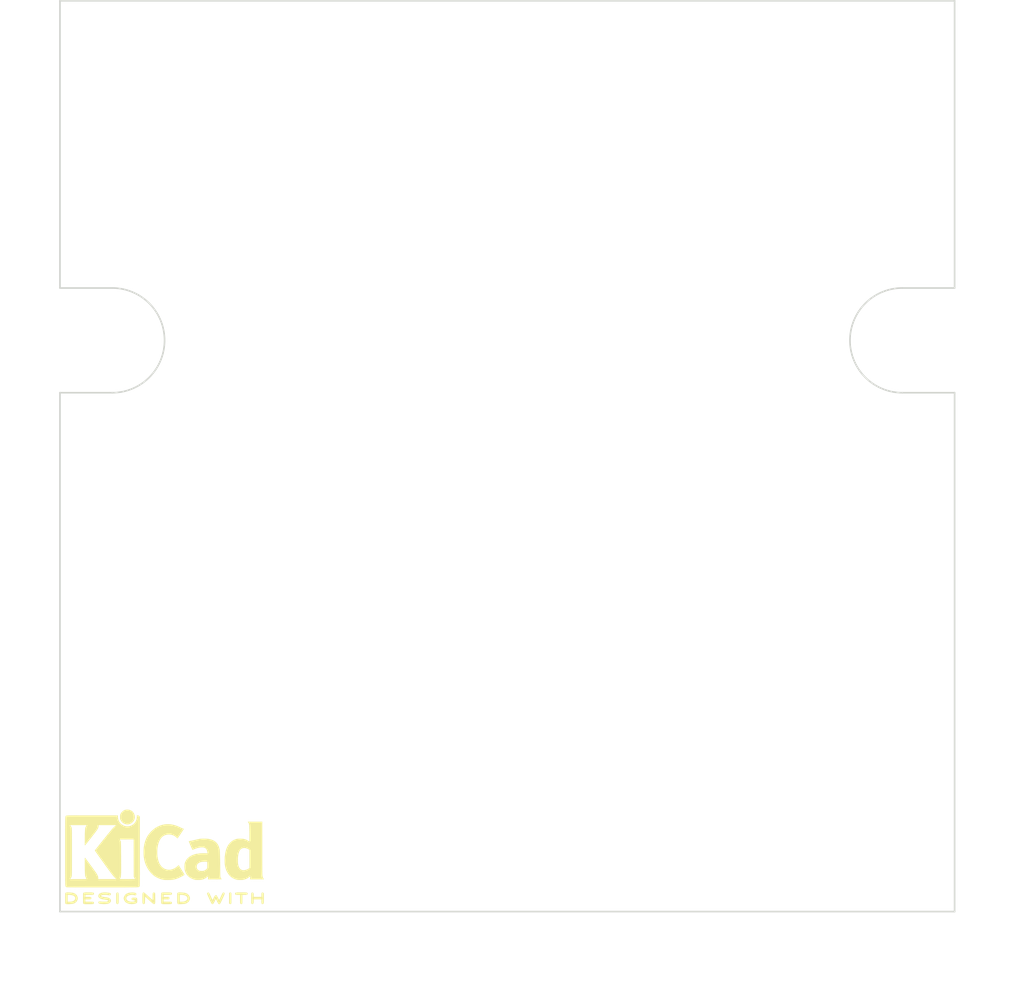
<source format=kicad_pcb>
(kicad_pcb (version 20221018) (generator pcbnew)
  (title_block (title "Enter Title On Page Setting Dialog") (rev "1") (company "Ashton Johnson"))
  (layers (0 "F.Cu" signal) (31 "B.Cu" signal) (35 "F.Paste" user) (37 "F.SilkS" user "F.Silkscreen") (39 "F.Mask" user) (44 "Edge.Cuts" user))
  (net 0 "")
  (footprint "Symbols:KiCad-Logo2_6mm_SilkScreen" (layer "F.Cu") (at 80 136)
    (fp_text reference "REF***" hide)
    (fp_text value "KiCad-Logo2_6mm_SilkScreen" hide)
    (fp_poly (pts (xy 4.188614 2.275877) (xy 4.212327 2.290647) (xy 4.238978 2.312227) (xy 4.238978 2.633773) (xy 4.238893 2.72783) (xy 4.238529 2.801932) (xy 4.237724 2.858704) (xy 4.236313 2.900768) (xy 4.234133 2.930748) (xy 4.231021 2.951267) (xy 4.226814 2.964949) (xy 4.221348 2.974416) (xy 4.217472 2.979082) (xy 4.186034 2.999575) (xy 4.150233 2.998739) (xy 4.118873 2.981264) (xy 4.092222 2.959684) (xy 4.092222 2.312227) (xy 4.118873 2.290647) (xy 4.144594 2.274949) (xy 4.1656 2.269067) (xy 4.188614 2.275877)) (stroke (width 0.01)) (fill solid) (layer "F.SilkS"))
    (fp_poly (pts (xy -2.923822 2.291645) (xy -2.917242 2.299218) (xy -2.912079 2.308987) (xy -2.908164 2.323571) (xy -2.905324 2.345585) (xy -2.903387 2.377648) (xy -2.902183 2.422375) (xy -2.901539 2.482385) (xy -2.901284 2.560294) (xy -2.901245 2.635956) (xy -2.901314 2.729802) (xy -2.901638 2.803689) (xy -2.902386 2.860232) (xy -2.903732 2.902049) (xy -2.905846 2.931757) (xy -2.9089 2.951973) (xy -2.913066 2.965314) (xy -2.918516 2.974398) (xy -2.923822 2.980267) (xy -2.956826 2.999947) (xy -2.991991 2.998181) (xy -3.023455 2.976717) (xy -3.030684 2.968337) (xy -3.036334 2.958614) (xy -3.040599 2.944861) (xy -3.043673 2.924389) (xy -3.045752 2.894512) (xy -3.04703 2.852541) (xy -3.047701 2.795789) (xy -3.047959 2.721567) (xy -3.048 2.637537) (xy -3.048 2.324485) (xy -3.020291 2.296776) (xy -2.986137 2.273463) (xy -2.953006 2.272623) (xy -2.923822 2.291645)) (stroke (width 0.01)) (fill solid) (layer "F.SilkS"))
    (fp_poly (pts (xy -2.273043 -2.973429) (xy -2.176768 -2.949191) (xy -2.090184 -2.906359) (xy -2.015373 -2.846581) (xy -1.954418 -2.771506) (xy -1.909399 -2.68278) (xy -1.883136 -2.58647) (xy -1.877286 -2.489205) (xy -1.89214 -2.395346) (xy -1.92584 -2.307489) (xy -1.976528 -2.22823) (xy -2.042345 -2.160164) (xy -2.121434 -2.105888) (xy -2.211934 -2.067998) (xy -2.2632 -2.055574) (xy -2.307698 -2.048053) (xy -2.341999 -2.045081) (xy -2.37496 -2.046906) (xy -2.415434 -2.053775) (xy -2.448531 -2.06075) (xy -2.541947 -2.092259) (xy -2.625619 -2.143383) (xy -2.697665 -2.212571) (xy -2.7562 -2.298272) (xy -2.770148 -2.325511) (xy -2.786586 -2.361878) (xy -2.796894 -2.392418) (xy -2.80246 -2.42455) (xy -2.804669 -2.465693) (xy -2.804948 -2.511778) (xy -2.800861 -2.596135) (xy -2.787446 -2.665414) (xy -2.762256 -2.726039) (xy -2.722846 -2.784433) (xy -2.684298 -2.828698) (xy -2.612406 -2.894516) (xy -2.537313 -2.939947) (xy -2.454562 -2.96715) (xy -2.376928 -2.977424) (xy -2.273043 -2.973429)) (stroke (width 0.01)) (fill solid) (layer "F.SilkS"))
    (fp_poly (pts (xy 4.963065 2.269163) (xy 5.041772 2.269542) (xy 5.102863 2.270333) (xy 5.148817 2.27167) (xy 5.182114 2.273683) (xy 5.205236 2.276506) (xy 5.220662 2.280269) (xy 5.230871 2.285105) (xy 5.235813 2.288822) (xy 5.261457 2.321358) (xy 5.264559 2.355138) (xy 5.248711 2.385826) (xy 5.238348 2.398089) (xy 5.227196 2.40645) (xy 5.211035 2.411657) (xy 5.185642 2.414457) (xy 5.146798 2.415596) (xy 5.09028 2.415821) (xy 5.07918 2.415822) (xy 4.933244 2.415822) (xy 4.933244 2.686756) (xy 4.933148 2.772154) (xy 4.932711 2.837864) (xy 4.931712 2.886774) (xy 4.929928 2.921773) (xy 4.927137 2.945749) (xy 4.923117 2.961593) (xy 4.917645 2.972191) (xy 4.910666 2.980267) (xy 4.877734 3.000112) (xy 4.843354 2.998548) (xy 4.812176 2.975906) (xy 4.809886 2.9731) (xy 4.802429 2.962492) (xy 4.796747 2.950081) (xy 4.792601 2.93285) (xy 4.78975 2.907784) (xy 4.787954 2.871867) (xy 4.786972 2.822083) (xy 4.786564 2.755417) (xy 4.786489 2.679589) (xy 4.786489 2.415822) (xy 4.647127 2.415822) (xy 4.587322 2.415418) (xy 4.545918 2.41384) (xy 4.518748 2.410547) (xy 4.501646 2.404992) (xy 4.490443 2.396631) (xy 4.489083 2.395178) (xy 4.472725 2.361939) (xy 4.474172 2.324362) (xy 4.492978 2.291645) (xy 4.50025 2.285298) (xy 4.509627 2.280266) (xy 4.523609 2.276396) (xy 4.544696 2.273537) (xy 4.575389 2.271535) (xy 4.618189 2.270239) (xy 4.675595 2.269498) (xy 4.75011 2.269158) (xy 4.844233 2.269068) (xy 4.86426 2.269067) (xy 4.963065 2.269163)) (stroke (width 0.01)) (fill solid) (layer "F.SilkS"))
    (fp_poly (pts (xy 6.228823 2.274533) (xy 6.260202 2.296776) (xy 6.287911 2.324485) (xy 6.287911 2.63392) (xy 6.287838 2.725799) (xy 6.287495 2.79784) (xy 6.286692 2.85278) (xy 6.285241 2.89336) (xy 6.282952 2.922317) (xy 6.279636 2.942391) (xy 6.275105 2.956321) (xy 6.269169 2.966845) (xy 6.264514 2.9731) (xy 6.233783 2.997673) (xy 6.198496 3.000341) (xy 6.166245 2.985271) (xy 6.155588 2.976374) (xy 6.148464 2.964557) (xy 6.144167 2.945526) (xy 6.141991 2.914992) (xy 6.141228 2.868662) (xy 6.141155 2.832871) (xy 6.141155 2.698045) (xy 5.644444 2.698045) (xy 5.644444 2.8207) (xy 5.643931 2.876787) (xy 5.641876 2.915333) (xy 5.637508 2.941361) (xy 5.630056 2.959897) (xy 5.621047 2.9731) (xy 5.590144 2.997604) (xy 5.555196 3.000506) (xy 5.521738 2.983089) (xy 5.512604 2.973959) (xy 5.506152 2.961855) (xy 5.501897 2.943001) (xy 5.499352 2.91362) (xy 5.498029 2.869937) (xy 5.497443 2.808175) (xy 5.497375 2.794) (xy 5.496891 2.677631) (xy 5.496641 2.581727) (xy 5.496723 2.504177) (xy 5.497231 2.442869) (xy 5.498262 2.39569) (xy 5.499913 2.36053) (xy 5.502279 2.335276) (xy 5.505457 2.317817) (xy 5.509544 2.306041) (xy 5.514634 2.297835) (xy 5.520266 2.291645) (xy 5.552128 2.271844) (xy 5.585357 2.274533) (xy 5.616735 2.296776) (xy 5.629433 2.311126) (xy 5.637526 2.326978) (xy 5.642042 2.349554) (xy 5.644006 2.384078) (xy 5.644444 2.435776) (xy 5.644444 2.551289) (xy 6.141155 2.551289) (xy 6.141155 2.432756) (xy 6.141662 2.378148) (xy 6.143698 2.341275) (xy 6.148035 2.317307) (xy 6.155447 2.301415) (xy 6.163733 2.291645) (xy 6.195594 2.271844) (xy 6.228823 2.274533)) (stroke (width 0.01)) (fill solid) (layer "F.SilkS"))
    (fp_poly (pts (xy 1.018309 2.269275) (xy 1.147288 2.273636) (xy 1.256991 2.286861) (xy 1.349226 2.309741) (xy 1.425802 2.34307) (xy 1.488527 2.387638) (xy 1.539212 2.444236) (xy 1.579663 2.513658) (xy 1.580459 2.515351) (xy 1.604601 2.577483) (xy 1.613203 2.632509) (xy 1.606231 2.687887) (xy 1.583654 2.751073) (xy 1.579372 2.760689) (xy 1.550172 2.816966) (xy 1.517356 2.860451) (xy 1.475002 2.897417) (xy 1.41719 2.934135) (xy 1.413831 2.936052) (xy 1.363504 2.960227) (xy 1.306621 2.978282) (xy 1.239527 2.990839) (xy 1.158565 2.998522) (xy 1.060082 3.001953) (xy 1.025286 3.002251) (xy 0.859594 3.002845) (xy 0.836197 2.9731) (xy 0.829257 2.963319) (xy 0.823842 2.951897) (xy 0.819765 2.936095) (xy 0.816837 2.913175) (xy 0.814867 2.880396) (xy 0.814225 2.856089) (xy 0.970844 2.856089) (xy 1.064726 2.856089) (xy 1.119664 2.854483) (xy 1.17606 2.850255) (xy 1.222345 2.844292) (xy 1.225139 2.84379) (xy 1.307348 2.821736) (xy 1.371114 2.7886) (xy 1.418452 2.742847) (xy 1.451382 2.682939) (xy 1.457108 2.667061) (xy 1.462721 2.642333) (xy 1.460291 2.617902) (xy 1.448467 2.5854) (xy 1.44134 2.569434) (xy 1.418 2.527006) (xy 1.38988 2.49724) (xy 1.35894 2.476511) (xy 1.296966 2.449537) (xy 1.217651 2.429998) (xy 1.125253 2.418746) (xy 1.058333 2.41627) (xy 0.970844 2.415822) (xy 0.970844 2.856089) (xy 0.814225 2.856089) (xy 0.813668 2.835021) (xy 0.81305 2.774311) (xy 0.812825 2.695526) (xy 0.8128 2.63392) (xy 0.8128 2.324485) (xy 0.840509 2.296776) (xy 0.852806 2.285544) (xy 0.866103 2.277853) (xy 0.884672 2.27304) (xy 0.912786 2.270446) (xy 0.954717 2.26941) (xy 1.014737 2.26927) (xy 1.018309 2.269275)) (stroke (width 0.01)) (fill solid) (layer "F.SilkS"))
    (fp_poly (pts (xy -6.121371 2.269066) (xy -6.081889 2.269467) (xy -5.9662 2.272259) (xy -5.869311 2.28055) (xy -5.787919 2.295232) (xy -5.718723 2.317193) (xy -5.65842 2.347322) (xy -5.603708 2.38651) (xy -5.584167 2.403532) (xy -5.55175 2.443363) (xy -5.52252 2.497413) (xy -5.499991 2.557323) (xy -5.487679 2.614739) (xy -5.4864 2.635956) (xy -5.494417 2.694769) (xy -5.515899 2.759013) (xy -5.546999 2.819821) (xy -5.583866 2.86833) (xy -5.589854 2.874182) (xy -5.640579 2.915321) (xy -5.696125 2.947435) (xy -5.759696 2.971365) (xy -5.834494 2.987953) (xy -5.923722 2.998041) (xy -6.030582 3.002469) (xy -6.079528 3.002845) (xy -6.141762 3.002545) (xy -6.185528 3.001292) (xy -6.214931 2.998554) (xy -6.234079 2.993801) (xy -6.247077 2.986501) (xy -6.254045 2.980267) (xy -6.260626 2.972694) (xy -6.265788 2.962924) (xy -6.269703 2.94834) (xy -6.272543 2.926326) (xy -6.27448 2.894264) (xy -6.275684 2.849536) (xy -6.276328 2.789526) (xy -6.276583 2.711617) (xy -6.276622 2.635956) (xy -6.27687 2.535041) (xy -6.276817 2.454427) (xy -6.275857 2.415822) (xy -6.129867 2.415822) (xy -6.129867 2.856089) (xy -6.036734 2.856004) (xy -5.980693 2.854396) (xy -5.921999 2.850256) (xy -5.873028 2.844464) (xy -5.871538 2.844226) (xy -5.792392 2.82509) (xy -5.731002 2.795287) (xy -5.684305 2.752878) (xy -5.654635 2.706961) (xy -5.636353 2.656026) (xy -5.637771 2.6082) (xy -5.658988 2.556933) (xy -5.700489 2.503899) (xy -5.757998 2.4646) (xy -5.83275 2.438331) (xy -5.882708 2.429035) (xy -5.939416 2.422507) (xy -5.999519 2.417782) (xy -6.050639 2.415817) (xy -6.053667 2.415808) (xy -6.129867 2.415822) (xy -6.275857 2.415822) (xy -6.27526 2.391851) (xy -6.270998 2.345055) (xy -6.26283 2.311778) (xy -6.249556 2.289759) (xy -6.229974 2.276739) (xy -6.202883 2.270457) (xy -6.167082 2.268653) (xy -6.121371 2.269066)) (stroke (width 0.01)) (fill solid) (layer "F.SilkS"))
    (fp_poly (pts (xy -1.300114 2.273448) (xy -1.276548 2.287273) (xy -1.245735 2.309881) (xy -1.206078 2.342338) (xy -1.15598 2.385708) (xy -1.093843 2.441058) (xy -1.018072 2.509451) (xy -0.931334 2.588084) (xy -0.750711 2.751878) (xy -0.745067 2.532029) (xy -0.743029 2.456351) (xy -0.741063 2.399994) (xy -0.738734 2.359706) (xy -0.735606 2.332235) (xy -0.731245 2.314329) (xy -0.725216 2.302737) (xy -0.717084 2.294208) (xy -0.712772 2.290623) (xy -0.678241 2.27167) (xy -0.645383 2.274441) (xy -0.619318 2.290633) (xy -0.592667 2.312199) (xy -0.589352 2.627151) (xy -0.588435 2.719779) (xy -0.587968 2.792544) (xy -0.588113 2.848161) (xy -0.589032 2.889342) (xy -0.590887 2.918803) (xy -0.593839 2.939255) (xy -0.59805 2.953413) (xy -0.603682 2.963991) (xy -0.609927 2.972474) (xy -0.623439 2.988207) (xy -0.636883 2.998636) (xy -0.652124 3.002639) (xy -0.671026 2.999094) (xy -0.695455 2.986879) (xy -0.727273 2.964871) (xy -0.768348 2.931949) (xy -0.820542 2.886991) (xy -0.885722 2.828875) (xy -0.959556 2.762099) (xy -1.224845 2.521458) (xy -1.230489 2.740589) (xy -1.232531 2.816128) (xy -1.234502 2.872354) (xy -1.236839 2.912524) (xy -1.239981 2.939896) (xy -1.244364 2.957728) (xy -1.250424 2.969279) (xy -1.2586 2.977807) (xy -1.262784 2.981282) (xy -1.299765 3.000372) (xy -1.334708 2.997493) (xy -1.365136 2.9731) (xy -1.372097 2.963286) (xy -1.377523 2.951826) (xy -1.381603 2.935968) (xy -1.384529 2.912963) (xy -1.386492 2.880062) (xy -1.387683 2.834516) (xy -1.388292 2.773573) (xy -1.388511 2.694486) (xy -1.388534 2.635956) (xy -1.38846 2.544407) (xy -1.388113 2.472687) (xy -1.387301 2.418045) (xy -1.385833 2.377732) (xy -1.383519 2.348998) (xy -1.380167 2.329093) (xy -1.375588 2.315268) (xy -1.369589 2.304772) (xy -1.365136 2.298811) (xy -1.35385 2.284691) (xy -1.343301 2.274029) (xy -1.331893 2.267892) (xy -1.31803 2.267343) (xy -1.300114 2.273448)) (stroke (width 0.01)) (fill solid) (layer "F.SilkS"))
    (fp_poly (pts (xy -1.950081 2.274599) (xy -1.881565 2.286095) (xy -1.828943 2.303967) (xy -1.794708 2.327499) (xy -1.785379 2.340924) (xy -1.775893 2.372148) (xy -1.782277 2.400395) (xy -1.80243 2.427182) (xy -1.833745 2.439713) (xy -1.879183 2.438696) (xy -1.914326 2.431906) (xy -1.992419 2.418971) (xy -2.072226 2.417742) (xy -2.161555 2.428241) (xy -2.186229 2.43269) (xy -2.269291 2.456108) (xy -2.334273 2.490945) (xy -2.380461 2.536604) (xy -2.407145 2.592494) (xy -2.412663 2.621388) (xy -2.409051 2.680012) (xy -2.385729 2.731879) (xy -2.344824 2.775978) (xy -2.288459 2.811299) (xy -2.21876 2.836829) (xy -2.137852 2.851559) (xy -2.04786 2.854478) (xy -1.95091 2.844575) (xy -1.945436 2.843641) (xy -1.906875 2.836459) (xy -1.885494 2.829521) (xy -1.876227 2.819227) (xy -1.874006 2.801976) (xy -1.873956 2.792841) (xy -1.873956 2.754489) (xy -1.942431 2.754489) (xy -2.0029 2.750347) (xy -2.044165 2.737147) (xy -2.068175 2.71373) (xy -2.076877 2.678936) (xy -2.076983 2.674394) (xy -2.071892 2.644654) (xy -2.054433 2.623419) (xy -2.021939 2.609366) (xy -1.971743 2.601173) (xy -1.923123 2.598161) (xy -1.852456 2.596433) (xy -1.801198 2.59907) (xy -1.766239 2.6088) (xy -1.74447 2.628353) (xy -1.73278 2.660456) (xy -1.72806 2.707838) (xy -1.7272 2.770071) (xy -1.728609 2.839535) (xy -1.732848 2.886786) (xy -1.739936 2.912012) (xy -1.741311 2.913988) (xy -1.780228 2.945508) (xy -1.837286 2.97047) (xy -1.908869 2.98834) (xy -1.991358 2.998586) (xy -2.081139 3.000673) (xy -2.174592 2.994068) (xy -2.229556 2.985956) (xy -2.315766 2.961554) (xy -2.395892 2.921662) (xy -2.462977 2.869887) (xy -2.473173 2.859539) (xy -2.506302 2.816035) (xy -2.536194 2.762118) (xy -2.559357 2.705592) (xy -2.572298 2.654259) (xy -2.573858 2.634544) (xy -2.567218 2.593419) (xy -2.549568 2.542252) (xy -2.524297 2.488394) (xy -2.494789 2.439195) (xy -2.468719 2.406334) (xy -2.407765 2.357452) (xy -2.328969 2.318545) (xy -2.235157 2.290494) (xy -2.12915 2.274179) (xy -2.032 2.270192) (xy -1.950081 2.274599)) (stroke (width 0.01)) (fill solid) (layer "F.SilkS"))
    (fp_poly (pts (xy 0.230343 2.26926) (xy 0.306701 2.270174) (xy 0.365217 2.272311) (xy 0.408255 2.276175) (xy 0.438183 2.282267) (xy 0.457368 2.29109) (xy 0.468176 2.303146) (xy 0.472973 2.318939) (xy 0.474127 2.33897) (xy 0.474133 2.341335) (xy 0.473131 2.363992) (xy 0.468396 2.381503) (xy 0.457333 2.394574) (xy 0.437348 2.403913) (xy 0.405846 2.410227) (xy 0.360232 2.414222) (xy 0.297913 2.416606) (xy 0.216293 2.418086) (xy 0.191277 2.418414) (xy -0.0508 2.421467) (xy -0.054186 2.486378) (xy -0.057571 2.551289) (xy 0.110576 2.551289) (xy 0.176266 2.551531) (xy 0.223172 2.552556) (xy 0.255083 2.554811) (xy 0.275791 2.558742) (xy 0.289084 2.564798) (xy 0.298755 2.573424) (xy 0.298817 2.573493) (xy 0.316356 2.607112) (xy 0.315722 2.643448) (xy 0.297314 2.674423) (xy 0.293671 2.677607) (xy 0.280741 2.685812) (xy 0.263024 2.691521) (xy 0.23657 2.695162) (xy 0.197432 2.697167) (xy 0.141662 2.697964) (xy 0.105994 2.698045) (xy -0.056445 2.698045) (xy -0.056445 2.856089) (xy 0.190161 2.856089) (xy 0.27158 2.856231) (xy 0.33341 2.856814) (xy 0.378637 2.858068) (xy 0.410248 2.860227) (xy 0.431231 2.863523) (xy 0.444573 2.868189) (xy 0.453261 2.874457) (xy 0.45545 2.876733) (xy 0.471614 2.90828) (xy 0.472797 2.944168) (xy 0.459536 2.975285) (xy 0.449043 2.985271) (xy 0.438129 2.990769) (xy 0.421217 2.995022) (xy 0.395633 2.99818) (xy 0.358701 3.000392) (xy 0.307746 3.001806) (xy 0.240094 3.002572) (xy 0.153069 3.002838) (xy 0.133394 3.002845) (xy 0.044911 3.002787) (xy -0.023773 3.002467) (xy -0.075436 3.001667) (xy -0.112855 3.000167) (xy -0.13881 2.997749) (xy -0.156078 2.994194) (xy -0.167438 2.989282) (xy -0.175668 2.982795) (xy -0.180183 2.978138) (xy -0.186979 2.969889) (xy -0.192288 2.959669) (xy -0.196294 2.9448) (xy -0.199179 2.922602) (xy -0.201126 2.890393) (xy -0.202319 2.845496) (xy -0.202939 2.785228) (xy -0.203171 2.706911) (xy -0.2032 2.640994) (xy -0.203129 2.548628) (xy -0.202792 2.476117) (xy -0.202002 2.420737) (xy -0.200574 2.379765) (xy -0.198321 2.350478) (xy -0.195057 2.330153) (xy -0.190596 2.316066) (xy -0.184752 2.305495) (xy -0.179803 2.298811) (xy -0.156406 2.269067) (xy 0.133774 2.269067) (xy 0.230343 2.26926)) (stroke (width 0.01)) (fill solid) (layer "F.SilkS"))
    (fp_poly (pts (xy -4.712794 2.269146) (xy -4.643386 2.269518) (xy -4.590997 2.270385) (xy -4.552847 2.271946) (xy -4.526159 2.274403) (xy -4.508153 2.277957) (xy -4.496049 2.28281) (xy -4.487069 2.289161) (xy -4.483818 2.292084) (xy -4.464043 2.323142) (xy -4.460482 2.358828) (xy -4.473491 2.39051) (xy -4.479506 2.396913) (xy -4.489235 2.403121) (xy -4.504901 2.40791) (xy -4.529408 2.411514) (xy -4.565661 2.414164) (xy -4.616565 2.416095) (xy -4.685026 2.417539) (xy -4.747617 2.418418) (xy -4.995334 2.421467) (xy -4.998719 2.486378) (xy -5.002105 2.551289) (xy -4.833958 2.551289) (xy -4.760959 2.551919) (xy -4.707517 2.554553) (xy -4.670628 2.560309) (xy -4.647288 2.570304) (xy -4.634494 2.585656) (xy -4.629242 2.607482) (xy -4.628445 2.627738) (xy -4.630923 2.652592) (xy -4.640277 2.670906) (xy -4.659383 2.683637) (xy -4.691118 2.691741) (xy -4.738359 2.696176) (xy -4.803983 2.697899) (xy -4.839801 2.698045) (xy -5.000978 2.698045) (xy -5.000978 2.856089) (xy -4.752622 2.856089) (xy -4.671213 2.856202) (xy -4.609342 2.856712) (xy -4.563968 2.85787) (xy -4.532054 2.85993) (xy -4.510559 2.863146) (xy -4.496443 2.867772) (xy -4.486668 2.874059) (xy -4.481689 2.878667) (xy -4.46461 2.90556) (xy -4.459111 2.929467) (xy -4.466963 2.958667) (xy -4.481689 2.980267) (xy -4.489546 2.987066) (xy -4.499688 2.992346) (xy -4.514844 2.996298) (xy -4.537741 2.999113) (xy -4.571109 3.000982) (xy -4.617675 3.002098) (xy -4.680167 3.002651) (xy -4.761314 3.002833) (xy -4.803422 3.002845) (xy -4.893598 3.002765) (xy -4.963924 3.002398) (xy -5.017129 3.001552) (xy -5.05594 3.000036) (xy -5.083087 2.997659) (xy -5.101298 2.994229) (xy -5.1133 2.989554) (xy -5.121822 2.983444) (xy -5.125156 2.980267) (xy -5.131755 2.97267) (xy -5.136927 2.96287) (xy -5.140846 2.948239) (xy -5.143684 2.926152) (xy -5.145615 2.893982) (xy -5.146812 2.849103) (xy -5.147448 2.788889) (xy -5.147697 2.710713) (xy -5.147734 2.637923) (xy -5.1477 2.544707) (xy -5.147465 2.471431) (xy -5.14683 2.415458) (xy -5.145594 2.374151) (xy -5.143556 2.344872) (xy -5.140517 2.324984) (xy -5.136277 2.31185) (xy -5.130635 2.302832) (xy -5.123391 2.295293) (xy -5.121606 2.293612) (xy -5.112945 2.286172) (xy -5.102882 2.280409) (xy -5.088625 2.276112) (xy -5.067383 2.273064) (xy -5.036364 2.271051) (xy -4.992777 2.26986) (xy -4.933831 2.269275) (xy -4.856734 2.269083) (xy -4.802001 2.269067) (xy -4.712794 2.269146)) (stroke (width 0.01)) (fill solid) (layer "F.SilkS"))
    (fp_poly (pts (xy 3.744665 2.271034) (xy 3.764255 2.278035) (xy 3.76501 2.278377) (xy 3.791613 2.298678) (xy 3.80627 2.319561) (xy 3.809138 2.329352) (xy 3.808996 2.342361) (xy 3.804961 2.360895) (xy 3.796146 2.387257) (xy 3.781669 2.423752) (xy 3.760645 2.472687) (xy 3.732188 2.536365) (xy 3.695415 2.617093) (xy 3.675175 2.661216) (xy 3.638625 2.739985) (xy 3.604315 2.812423) (xy 3.573552 2.87588) (xy 3.547648 2.927708) (xy 3.52791 2.965259) (xy 3.51565 2.985884) (xy 3.513224 2.988733) (xy 3.482183 3.001302) (xy 3.447121 2.999619) (xy 3.419 2.984332) (xy 3.417854 2.983089) (xy 3.406668 2.966154) (xy 3.387904 2.93317) (xy 3.363875 2.88838) (xy 3.336897 2.836032) (xy 3.327201 2.816742) (xy 3.254014 2.67015) (xy 3.17424 2.829393) (xy 3.145767 2.884415) (xy 3.11935 2.932132) (xy 3.097148 2.968893) (xy 3.081319 2.991044) (xy 3.075954 2.995741) (xy 3.034257 3.002102) (xy 2.999849 2.988733) (xy 2.989728 2.974446) (xy 2.972214 2.942692) (xy 2.948735 2.896597) (xy 2.92072 2.839285) (xy 2.889599 2.77388) (xy 2.856799 2.703507) (xy 2.82375 2.631291) (xy 2.791881 2.560355) (xy 2.762619 2.493825) (xy 2.737395 2.434826) (xy 2.717636 2.386481) (xy 2.704772 2.351915) (xy 2.700231 2.334253) (xy 2.700277 2.333613) (xy 2.711326 2.311388) (xy 2.73341 2.288753) (xy 2.73471 2.287768) (xy 2.761853 2.272425) (xy 2.786958 2.272574) (xy 2.796368 2.275466) (xy 2.807834 2.281718) (xy 2.82001 2.294014) (xy 2.834357 2.314908) (xy 2.852336 2.346949) (xy 2.875407 2.392688) (xy 2.90503 2.454677) (xy 2.931745 2.511898) (xy 2.96248 2.578226) (xy 2.990021 2.637874) (xy 3.012938 2.687725) (xy 3.029798 2.724664) (xy 3.039173 2.745573) (xy 3.04054 2.748845) (xy 3.046689 2.743497) (xy 3.060822 2.721109) (xy 3.081057 2.684946) (xy 3.105515 2.638277) (xy 3.115248 2.619022) (xy 3.148217 2.554004) (xy 3.173643 2.506654) (xy 3.193612 2.474219) (xy 3.21021 2.453946) (xy 3.225524 2.443082) (xy 3.24164 2.438875) (xy 3.252143 2.4384) (xy 3.27067 2.440042) (xy 3.286904 2.446831) (xy 3.303035 2.461566) (xy 3.321251 2.487044) (xy 3.343739 2.526061) (xy 3.372689 2.581414) (xy 3.388662 2.612903) (xy 3.41457 2.663087) (xy 3.437167 2.704704) (xy 3.454458 2.734242) (xy 3.46445 2.748189) (xy 3.465809 2.74877) (xy 3.472261 2.737793) (xy 3.486708 2.70929) (xy 3.507703 2.666244) (xy 3.533797 2.611638) (xy 3.563546 2.548454) (xy 3.57818 2.517071) (xy 3.61625 2.436078) (xy 3.646905 2.373756) (xy 3.671737 2.328071) (xy 3.692337 2.296989) (xy 3.710298 2.278478) (xy 3.72721 2.270504) (xy 3.744665 2.271034)) (stroke (width 0.01)) (fill solid) (layer "F.SilkS"))
    (fp_poly (pts (xy -3.691703 2.270351) (xy -3.616888 2.275581) (xy -3.547306 2.28375) (xy -3.487002 2.29455) (xy -3.44002 2.307673) (xy -3.410406 2.322813) (xy -3.40586 2.327269) (xy -3.390054 2.36185) (xy -3.394847 2.397351) (xy -3.419364 2.427725) (xy -3.420534 2.428596) (xy -3.434954 2.437954) (xy -3.450008 2.442876) (xy -3.471005 2.443473) (xy -3.503257 2.439861) (xy -3.552073 2.432154) (xy -3.556 2.431505) (xy -3.628739 2.422569) (xy -3.707217 2.418161) (xy -3.785927 2.418119) (xy -3.859361 2.422279) (xy -3.922011 2.430479) (xy -3.96837 2.442557) (xy -3.971416 2.443771) (xy -4.005048 2.462615) (xy -4.016864 2.481685) (xy -4.007614 2.500439) (xy -3.978047 2.518337) (xy -3.928911 2.534837) (xy -3.860957 2.549396) (xy -3.815645 2.556406) (xy -3.721456 2.569889) (xy -3.646544 2.582214) (xy -3.587717 2.594449) (xy -3.541785 2.607661) (xy -3.505555 2.622917) (xy -3.475838 2.641285) (xy -3.449442 2.663831) (xy -3.42823 2.685971) (xy -3.403065 2.716819) (xy -3.390681 2.743345) (xy -3.386808 2.776026) (xy -3.386667 2.787995) (xy -3.389576 2.827712) (xy -3.401202 2.857259) (xy -3.421323 2.883486) (xy -3.462216 2.923576) (xy -3.507817 2.954149) (xy -3.561513 2.976203) (xy -3.626692 2.990735) (xy -3.706744 2.998741) (xy -3.805057 3.001218) (xy -3.821289 3.001177) (xy -3.886849 2.999818) (xy -3.951866 2.99673) (xy -4.009252 2.992356) (xy -4.051922 2.98714) (xy -4.055372 2.986541) (xy -4.097796 2.976491) (xy -4.13378 2.963796) (xy -4.15415 2.95219) (xy -4.173107 2.921572) (xy -4.174427 2.885918) (xy -4.158085 2.854144) (xy -4.154429 2.850551) (xy -4.139315 2.839876) (xy -4.120415 2.835276) (xy -4.091162 2.836059) (xy -4.055651 2.840127) (xy -4.01597 2.843762) (xy -3.960345 2.846828) (xy -3.895406 2.849053) (xy -3.827785 2.850164) (xy -3.81 2.850237) (xy -3.742128 2.849964) (xy -3.692454 2.848646) (xy -3.65661 2.845827) (xy -3.630224 2.84105) (xy -3.608926 2.833857) (xy -3.596126 2.827867) (xy -3.568 2.811233) (xy -3.550068 2.796168) (xy -3.547447 2.791897) (xy -3.552976 2.774263) (xy -3.57926 2.757192) (xy -3.624478 2.741458) (xy -3.686808 2.727838) (xy -3.705171 2.724804) (xy -3.80109 2.709738) (xy -3.877641 2.697146) (xy -3.93778 2.686111) (xy -3.98446 2.67572) (xy -4.020637 2.665056) (xy -4.049265 2.653205) (xy -4.073298 2.639251) (xy -4.095692 2.622281) (xy -4.119402 2.601378) (xy -4.12738 2.594049) (xy -4.155353 2.566699) (xy -4.17016 2.545029) (xy -4.175952 2.520232) (xy -4.176889 2.488983) (xy -4.166575 2.427705) (xy -4.135752 2.37564) (xy -4.084595 2.332958) (xy -4.013283 2.299825) (xy -3.9624 2.284964) (xy -3.9071 2.275366) (xy -3.840853 2.269936) (xy -3.767706 2.268367) (xy -3.691703 2.270351)) (stroke (width 0.01)) (fill solid) (layer "F.SilkS"))
    (fp_poly (pts (xy 0.328429 -2.050929) (xy 0.48857 -2.029755) (xy 0.65251 -1.989615) (xy 0.822313 -1.930111) (xy 1.000043 -1.850846) (xy 1.01131 -1.845301) (xy 1.069005 -1.817275) (xy 1.120552 -1.793198) (xy 1.162191 -1.774751) (xy 1.190162 -1.763614) (xy 1.199733 -1.761067) (xy 1.21895 -1.756059) (xy 1.223561 -1.751853) (xy 1.218458 -1.74142) (xy 1.202418 -1.715132) (xy 1.177288 -1.675743) (xy 1.144914 -1.626009) (xy 1.107143 -1.568685) (xy 1.065822 -1.506524) (xy 1.022798 -1.442282) (xy 0.979917 -1.378715) (xy 0.939026 -1.318575) (xy 0.901971 -1.26462) (xy 0.8706 -1.219603) (xy 0.846759 -1.186279) (xy 0.832294 -1.167403) (xy 0.830309 -1.165213) (xy 0.820191 -1.169862) (xy 0.79785 -1.187038) (xy 0.76728 -1.21356) (xy 0.751536 -1.228036) (xy 0.655047 -1.303318) (xy 0.548336 -1.358759) (xy 0.432832 -1.393859) (xy 0.309962 -1.40812) (xy 0.240561 -1.406949) (xy 0.119423 -1.389788) (xy 0.010205 -1.353906) (xy -0.087418 -1.299041) (xy -0.173772 -1.22493) (xy -0.249185 -1.131312) (xy -0.313982 -1.017924) (xy -0.351399 -0.931333) (xy -0.395252 -0.795634) (xy -0.427572 -0.64815) (xy -0.448443 -0.492686) (xy -0.457949 -0.333044) (xy -0.456173 -0.173027) (xy -0.443197 -0.016439) (xy -0.419106 0.132918) (xy -0.383982 0.27124) (xy -0.337908 0.394724) (xy -0.321627 0.428978) (xy -0.25338 0.543064) (xy -0.172921 0.639557) (xy -0.08143 0.71767) (xy 0.019911 0.776617) (xy 0.12992 0.815612) (xy 0.247415 0.833868) (xy 0.288883 0.835211) (xy 0.410441 0.82429) (xy 0.530878 0.791474) (xy 0.648666 0.737439) (xy 0.762277 0.662865) (xy 0.853685 0.584539) (xy 0.900215 0.540008) (xy 1.081483 0.837271) (xy 1.12658 0.911433) (xy 1.167819 0.979646) (xy 1.203735 1.039459) (xy 1.232866 1.08842) (xy 1.25375 1.124079) (xy 1.264924 1.143984) (xy 1.266375 1.147079) (xy 1.258146 1.156718) (xy 1.232567 1.173999) (xy 1.192873 1.197283) (xy 1.142297 1.224934) (xy 1.084074 1.255315) (xy 1.021437 1.28679) (xy 0.957621 1.317722) (xy 0.89586 1.346473) (xy 0.839388 1.371408) (xy 0.791438 1.390889) (xy 0.767986 1.399318) (xy 0.634221 1.437133) (xy 0.496327 1.462136) (xy 0.348622 1.47514) (xy 0.221833 1.477468) (xy 0.153878 1.476373) (xy 0.088277 1.474275) (xy 0.030847 1.471434) (xy -0.012597 1.468106) (xy -0.026702 1.466422) (xy -0.165716 1.437587) (xy -0.307243 1.392468) (xy -0.444725 1.33375) (xy -0.571606 1.26412) (xy -0.649111 1.211441) (xy -0.776519 1.103239) (xy -0.894822 0.976671) (xy -1.001828 0.834866) (xy -1.095348 0.680951) (xy -1.17319 0.518053) (xy -1.217044 0.400756) (xy -1.267292 0.217128) (xy -1.300791 0.022581) (xy -1.317551 -0.178675) (xy -1.317584 -0.382432) (xy -1.300899 -0.584479) (xy -1.267507 -0.780608) (xy -1.21742 -0.966609) (xy -1.213603 -0.978197) (xy -1.150719 -1.14025) (xy -1.073972 -1.288168) (xy -0.980758 -1.426135) (xy -0.868473 -1.558339) (xy -0.824608 -1.603601) (xy -0.688466 -1.727543) (xy -0.548509 -1.830085) (xy -0.402589 -1.912344) (xy -0.248558 -1.975436) (xy -0.084268 -2.020477) (xy 0.011289 -2.037967) (xy 0.170023 -2.053534) (xy 0.328429 -2.050929)) (stroke (width 0.01)) (fill solid) (layer "F.SilkS"))
    (fp_poly (pts (xy 6.186507 -0.527755) (xy 6.186526 -0.293338) (xy 6.186552 -0.080397) (xy 6.186625 0.112168) (xy 6.186782 0.285459) (xy 6.187064 0.440576) (xy 6.187509 0.57862) (xy 6.188156 0.700692) (xy 6.189045 0.807894) (xy 6.190213 0.901326) (xy 6.191701 0.98209) (xy 6.193546 1.051286) (xy 6.195789 1.110015) (xy 6.198469 1.159379) (xy 6.201623 1.200478) (xy 6.205292 1.234413) (xy 6.209513 1.262286) (xy 6.214327 1.285198) (xy 6.219773 1.304249) (xy 6.225888 1.32054) (xy 6.232712 1.335173) (xy 6.240285 1.349249) (xy 6.248645 1.363868) (xy 6.253839 1.372974) (xy 6.288104 1.433689) (xy 5.429955 1.433689) (xy 5.429955 1.337733) (xy 5.429224 1.29437) (xy 5.427272 1.261205) (xy 5.424463 1.243424) (xy 5.423221 1.241778) (xy 5.411799 1.248662) (xy 5.389084 1.266505) (xy 5.366385 1.285879) (xy 5.3118 1.326614) (xy 5.242321 1.367617) (xy 5.16527 1.405123) (xy 5.087965 1.435364) (xy 5.057113 1.445012) (xy 4.988616 1.459578) (xy 4.905764 1.469539) (xy 4.816371 1.474583) (xy 4.728248 1.474396) (xy 4.649207 1.468666) (xy 4.611511 1.462858) (xy 4.473414 1.424797) (xy 4.346113 1.367073) (xy 4.230292 1.290211) (xy 4.126637 1.194739) (xy 4.035833 1.081179) (xy 3.969031 0.970381) (xy 3.914164 0.853625) (xy 3.872163 0.734276) (xy 3.842167 0.608283) (xy 3.823311 0.471594) (xy 3.814732 0.320158) (xy 3.814006 0.242711) (xy 3.8161 0.185934) (xy 4.645217 0.185934) (xy 4.645424 0.279002) (xy 4.648337 0.366692) (xy 4.654 0.443772) (xy 4.662455 0.505009) (xy 4.665038 0.51735) (xy 4.69684 0.624633) (xy 4.738498 0.711658) (xy 4.790363 0.778642) (xy 4.852781 0.825805) (xy 4.9261 0.853365) (xy 5.010669 0.861541) (xy 5.106835 0.850551) (xy 5.170311 0.834829) (xy 5.219454 0.816639) (xy 5.273583 0.790791) (xy 5.314244 0.767089) (xy 5.3848 0.720721) (xy 5.3848 -0.42947) (xy 5.317392 -0.473038) (xy 5.238867 -0.51396) (xy 5.154681 -0.540611) (xy 5.069557 -0.552535) (xy 4.988216 -0.549278) (xy 4.91538 -0.530385) (xy 4.883426 -0.514816) (xy 4.825501 -0.471819) (xy 4.776544 -0.415047) (xy 4.73539 -0.342425) (xy 4.700874 -0.251879) (xy 4.671833 -0.141334) (xy 4.670552 -0.135467) (xy 4.660381 -0.073212) (xy 4.652739 0.004594) (xy 4.64767 0.09272) (xy 4.645217 0.185934) (xy 3.8161 0.185934) (xy 3.821857 0.029895) (xy 3.843802 -0.165941) (xy 3.879786 -0.344668) (xy 3.929759 -0.506155) (xy 3.993668 -0.650274) (xy 4.071462 -0.776894) (xy 4.163089 -0.885885) (xy 4.268497 -0.977117) (xy 4.313662 -1.008068) (xy 4.414611 -1.064215) (xy 4.517901 -1.103826) (xy 4.627989 -1.127986) (xy 4.74933 -1.137781) (xy 4.841836 -1.136735) (xy 4.97149 -1.125769) (xy 5.084084 -1.103954) (xy 5.182875 -1.070286) (xy 5.271121 -1.023764) (xy 5.319986 -0.989552) (xy 5.349353 -0.967638) (xy 5.371043 -0.952667) (xy 5.379253 -0.948267) (xy 5.380868 -0.959096) (xy 5.382159 -0.989749) (xy 5.383138 -1.037474) (xy 5.383817 -1.099521) (xy 5.38421 -1.173138) (xy 5.38433 -1.255573) (xy 5.384188 -1.344075) (xy 5.383797 -1.435893) (xy 5.383171 -1.528276) (xy 5.38232 -1.618472) (xy 5.38126 -1.703729) (xy 5.380001 -1.781297) (xy 5.378556 -1.848424) (xy 5.376938 -1.902359) (xy 5.375161 -1.94035) (xy 5.374669 -1.947333) (xy 5.367092 -2.017749) (xy 5.355531 -2.072898) (xy 5.337792 -2.120019) (xy 5.311682 -2.166353) (xy 5.305415 -2.175933) (xy 5.280983 -2.212622) (xy 6.186311 -2.212622) (xy 6.186507 -0.527755)) (stroke (width 0.01)) (fill solid) (layer "F.SilkS"))
    (fp_poly (pts (xy 2.673574 -1.133448) (xy 2.825492 -1.113433) (xy 2.960756 -1.079798) (xy 3.080239 -1.032275) (xy 3.184815 -0.970595) (xy 3.262424 -0.907035) (xy 3.331265 -0.832901) (xy 3.385006 -0.753129) (xy 3.42791 -0.660909) (xy 3.443384 -0.617839) (xy 3.456244 -0.578858) (xy 3.467446 -0.542711) (xy 3.47712 -0.507566) (xy 3.485396 -0.47159) (xy 3.492403 -0.43295) (xy 3.498272 -0.389815) (xy 3.503131 -0.340351) (xy 3.50711 -0.282727) (xy 3.51034 -0.215109) (xy 3.512949 -0.135666) (xy 3.515067 -0.042564) (xy 3.516824 0.066027) (xy 3.518349 0.191942) (xy 3.519772 0.337012) (xy 3.521025 0.479778) (xy 3.522351 0.635968) (xy 3.523556 0.771239) (xy 3.524766 0.887246) (xy 3.526106 0.985645) (xy 3.5277 1.068093) (xy 3.529675 1.136246) (xy 3.532156 1.19176) (xy 3.535269 1.236292) (xy 3.539138 1.271498) (xy 3.543889 1.299034) (xy 3.549648 1.320556) (xy 3.556539 1.337722) (xy 3.564689 1.352186) (xy 3.574223 1.365606) (xy 3.585266 1.379638) (xy 3.589566 1.385071) (xy 3.605386 1.40791) (xy 3.612422 1.423463) (xy 3.612444 1.423922) (xy 3.601567 1.426121) (xy 3.570582 1.428147) (xy 3.521957 1.429942) (xy 3.458163 1.431451) (xy 3.381669 1.432616) (xy 3.294944 1.43338) (xy 3.200457 1.433686) (xy 3.18955 1.433689) (xy 2.766657 1.433689) (xy 2.763395 1.337622) (xy 2.760133 1.241556) (xy 2.698044 1.292543) (xy 2.600714 1.360057) (xy 2.490813 1.414749) (xy 2.404349 1.444978) (xy 2.335278 1.459666) (xy 2.251925 1.469659) (xy 2.162159 1.474646) (xy 2.073845 1.474313) (xy 1.994851 1.468351) (xy 1.958622 1.462638) (xy 1.818603 1.424776) (xy 1.692178 1.369932) (xy 1.58026 1.298924) (xy 1.483762 1.212568) (xy 1.4036 1.111679) (xy 1.340687 0.997076) (xy 1.296312 0.870984) (xy 1.283978 0.814401) (xy 1.276368 0.752202) (xy 1.272739 0.677363) (xy 1.272245 0.643467) (xy 1.27231 0.640282) (xy 2.032248 0.640282) (xy 2.041541 0.715333) (xy 2.069728 0.77916) (xy 2.118197 0.834798) (xy 2.123254 0.839211) (xy 2.171548 0.874037) (xy 2.223257 0.89662) (xy 2.283989 0.90854) (xy 2.359352 0.911383) (xy 2.377459 0.910978) (xy 2.431278 0.908325) (xy 2.471308 0.902909) (xy 2.506324 0.892745) (xy 2.545103 0.87585) (xy 2.555745 0.870672) (xy 2.616396 0.834844) (xy 2.663215 0.792212) (xy 2.675952 0.776973) (xy 2.720622 0.720462) (xy 2.720622 0.524586) (xy 2.720086 0.445939) (xy 2.718396 0.387988) (xy 2.715428 0.348875) (xy 2.711057 0.326741) (xy 2.706972 0.320274) (xy 2.691047 0.317111) (xy 2.657264 0.314488) (xy 2.61034 0.312655) (xy 2.554993 0.311857) (xy 2.546106 0.311842) (xy 2.42533 0.317096) (xy 2.32266 0.333263) (xy 2.236106 0.360961) (xy 2.163681 0.400808) (xy 2.108751 0.447758) (xy 2.064204 0.505645) (xy 2.03948 0.568693) (xy 2.032248 0.640282) (xy 1.27231 0.640282) (xy 1.274178 0.549712) (xy 1.282522 0.470812) (xy 1.298768 0.39959) (xy 1.324405 0.328864) (xy 1.348401 0.276493) (xy 1.40702 0.181196) (xy 1.485117 0.09317) (xy 1.580315 0.014017) (xy 1.690238 -0.05466) (xy 1.81251 -0.111259) (xy 1.944755 -0.154179) (xy 2.009422 -0.169118) (xy 2.145604 -0.191223) (xy 2.294049 -0.205806) (xy 2.445505 -0.212187) (xy 2.572064 -0.210555) (xy 2.73395 -0.203776) (xy 2.72653 -0.262755) (xy 2.707238 -0.361908) (xy 2.676104 -0.442628) (xy 2.632269 -0.505534) (xy 2.574871 -0.551244) (xy 2.503048 -0.580378) (xy 2.415941 -0.593553) (xy 2.312686 -0.591389) (xy 2.274711 -0.587388) (xy 2.13352 -0.56222) (xy 1.996707 -0.521186) (xy 1.902178 -0.483185) (xy 1.857018 -0.46381) (xy 1.818585 -0.44824) (xy 1.792234 -0.438595) (xy 1.784546 -0.436548) (xy 1.774802 -0.445626) (xy 1.758083 -0.474595) (xy 1.734232 -0.523783) (xy 1.703093 -0.593516) (xy 1.664507 -0.684121) (xy 1.65791 -0.699911) (xy 1.627853 -0.772228) (xy 1.600874 -0.837575) (xy 1.578136 -0.893094) (xy 1.560806 -0.935928) (xy 1.550048 -0.963219) (xy 1.546941 -0.972058) (xy 1.55694 -0.976813) (xy 1.583217 -0.98209) (xy 1.611489 -0.985769) (xy 1.641646 -0.990526) (xy 1.689433 -0.999972) (xy 1.750612 -1.01318) (xy 1.820946 -1.029224) (xy 1.896194 -1.04718) (xy 1.924755 -1.054203) (xy 2.029816 -1.079791) (xy 2.11748 -1.099853) (xy 2.192068 -1.115031) (xy 2.257903 -1.125965) (xy 2.319307 -1.133296) (xy 2.380602 -1.137665) (xy 2.44611 -1.139713) (xy 2.504128 -1.140111) (xy 2.673574 -1.133448)) (stroke (width 0.01)) (fill solid) (layer "F.SilkS"))
    (fp_poly (pts (xy -2.9464 -2.510946) (xy -2.935535 -2.397007) (xy -2.903918 -2.289384) (xy -2.853015 -2.190385) (xy -2.784293 -2.102316) (xy -2.699219 -2.027484) (xy -2.602232 -1.969616) (xy -2.495964 -1.929995) (xy -2.38895 -1.911427) (xy -2.2833 -1.912566) (xy -2.181125 -1.93207) (xy -2.084534 -1.968594) (xy -1.995638 -2.020795) (xy -1.916546 -2.087327) (xy -1.849369 -2.166848) (xy -1.796217 -2.258013) (xy -1.759199 -2.359477) (xy -1.740427 -2.469898) (xy -1.738489 -2.519794) (xy -1.738489 -2.607733) (xy -1.68656 -2.607733) (xy -1.650253 -2.604889) (xy -1.623355 -2.593089) (xy -1.596249 -2.569351) (xy -1.557867 -2.530969) (xy -1.557867 -0.339398) (xy -1.557876 -0.077261) (xy -1.557908 0.163241) (xy -1.557972 0.383048) (xy -1.558076 0.583101) (xy -1.558227 0.764344) (xy -1.558434 0.927716) (xy -1.558706 1.07416) (xy -1.55905 1.204617) (xy -1.559474 1.320029) (xy -1.559987 1.421338) (xy -1.560597 1.509484) (xy -1.561312 1.58541) (xy -1.56214 1.650057) (xy -1.563089 1.704367) (xy -1.564167 1.74928) (xy -1.565383 1.78574) (xy -1.566745 1.814687) (xy -1.568261 1.837063) (xy -1.569938 1.853809) (xy -1.571786 1.865868) (xy -1.573813 1.87418) (xy -1.576025 1.879687) (xy -1.577108 1.881537) (xy -1.581271 1.888549) (xy -1.584805 1.894996) (xy -1.588635 1.9009) (xy -1.593682 1.906286) (xy -1.600871 1.911178) (xy -1.611123 1.915598) (xy -1.625364 1.919572) (xy -1.644514 1.923121) (xy -1.669499 1.92627) (xy -1.70124 1.929042) (xy -1.740662 1.931461) (xy -1.788686 1.933551) (xy -1.846237 1.935335) (xy -1.914237 1.936837) (xy -1.99361 1.93808) (xy -2.085279 1.939089) (xy -2.190166 1.939885) (xy -2.309196 1.940494) (xy -2.44329 1.940939) (xy -2.593373 1.941243) (xy -2.760367 1.94143) (xy -2.945196 1.941524) (xy -3.148783 1.941548) (xy -3.37205 1.941525) (xy -3.615922 1.94148) (xy -3.881321 1.941437) (xy -3.919704 1.941432) (xy -4.186682 1.941389) (xy -4.432002 1.941318) (xy -4.656583 1.941213) (xy -4.861345 1.941066) (xy -5.047206 1.940869) (xy -5.215088 1.940616) (xy -5.365908 1.9403) (xy -5.500587 1.939913) (xy -5.620044 1.939447) (xy -5.725199 1.938897) (xy -5.816971 1.938253) (xy -5.896279 1.937511) (xy -5.964043 1.936661) (xy -6.021182 1.935697) (xy -6.068617 1.934611) (xy -6.107266 1.933397) (xy -6.138049 1.932047) (xy -6.161885 1.930555) (xy -6.179694 1.928911) (xy -6.192395 1.927111) (xy -6.200908 1.925145) (xy -6.205266 1.923477) (xy -6.213728 1.919906) (xy -6.221497 1.91727) (xy -6.228602 1.914634) (xy -6.235073 1.911062) (xy -6.240939 1.905621) (xy -6.246229 1.897375) (xy -6.250974 1.88539) (xy -6.255202 1.868731) (xy -6.258943 1.846463) (xy -6.262227 1.817652) (xy -6.265083 1.781363) (xy -6.26754 1.736661) (xy -6.269629 1.682611) (xy -6.271378 1.618279) (xy -6.272817 1.54273) (xy -6.273976 1.45503) (xy -6.274883 1.354243) (xy -6.275569 1.239434) (xy -6.276063 1.10967) (xy -6.276395 0.964015) (xy -6.276593 0.801535) (xy -6.276687 0.621295) (xy -6.276708 0.42236) (xy -6.276685 0.203796) (xy -6.276646 -0.035332) (xy -6.276622 -0.29596) (xy -6.276622 -0.338111) (xy -6.276636 -0.601008) (xy -6.276661 -0.842268) (xy -6.276671 -1.062835) (xy -6.276642 -1.263648) (xy -6.276548 -1.445651) (xy -6.276362 -1.609784) (xy -6.276059 -1.756989) (xy -6.275614 -1.888208) (xy -6.275034 -1.998133) (xy -5.972197 -1.998133) (xy -5.932407 -1.940289) (xy -5.921236 -1.924521) (xy -5.911166 -1.910559) (xy -5.902138 -1.897216) (xy -5.894097 -1.883307) (xy -5.886986 -1.867644) (xy -5.880747 -1.849042) (xy -5.875325 -1.826314) (xy -5.870662 -1.798273) (xy -5.866701 -1.763733) (xy -5.863385 -1.721508) (xy -5.860659 -1.670411) (xy -5.858464 -1.609256) (xy -5.856745 -1.536856) (xy -5.855444 -1.452025) (xy -5.854505 -1.353578) (xy -5.85387 -1.240326) (xy -5.853484 -1.111084) (xy -5.853288 -0.964666) (xy -5.853227 -0.799884) (xy -5.853243 -0.615553) (xy -5.85328 -0.410487) (xy -5.853289 -0.287867) (xy -5.853265 -0.070918) (xy -5.853231 0.124642) (xy -5.853243 0.299999) (xy -5.853358 0.456341) (xy -5.85363 0.594857) (xy -5.854118 0.716734) (xy -5.854876 0.82316) (xy -5.855962 0.915322) (xy -5.857431 0.994409) (xy -5.85934 1.061608) (xy -5.861744 1.118107) (xy -5.864701 1.165093) (xy -5.868266 1.203755) (xy -5.872495 1.23528) (xy -5.877446 1.260855) (xy -5.883173 1.28167) (xy -5.889733 1.298911) (xy -5.897183 1.313765) (xy -5.905579 1.327422) (xy -5.914976 1.341069) (xy -5.925432 1.355893) (xy -5.931523 1.364783) (xy -5.970296 1.4224) (xy -5.438732 1.4224) (xy -5.315483 1.422365) (xy -5.212987 1.422215) (xy -5.12942 1.421878) (xy -5.062956 1.421286) (xy -5.011771 1.420367) (xy -4.974041 1.419051) (xy -4.94794 1.417269) (xy -4.931644 1.414951) (xy -4.923328 1.412026) (xy -4.921168 1.408424) (xy -4.923339 1.404075) (xy -4.924535 1.402645) (xy -4.949685 1.365573) (xy -4.975583 1.312772) (xy -4.999192 1.25077) (xy -5.007461 1.224357) (xy -5.012078 1.206416) (xy -5.015979 1.185355) (xy -5.019248 1.159089) (xy -5.021966 1.125532) (xy -5.024215 1.082599) (xy -5.026077 1.028204) (xy -5.027636 0.960262) (xy -5.028972 0.876688) (xy -5.030169 0.775395) (xy -5.031308 0.6543) (xy -5.031685 0.6096) (xy -5.032702 0.484449) (xy -5.03346 0.380082) (xy -5.033903 0.294707) (xy -5.03397 0.226533) (xy -5.033605 0.173765) (xy -5.032748 0.134614) (xy -5.031341 0.107285) (xy -5.029325 0.089986) (xy -5.026643 0.080926) (xy -5.023236 0.078312) (xy -5.019044 0.080351) (xy -5.014571 0.084667) (xy -5.004216 0.097602) (xy -4.982158 0.126676) (xy -4.949957 0.169759) (xy -4.909174 0.224718) (xy -4.86137 0.289423) (xy -4.808105 0.361742) (xy -4.75094 0.439544) (xy -4.691437 0.520698) (xy -4.631155 0.603072) (xy -4.571655 0.684536) (xy -4.514498 0.762957) (xy -4.461245 0.836204) (xy -4.413457 0.902147) (xy -4.372693 0.958654) (xy -4.340516 1.003593) (xy -4.318485 1.034834) (xy -4.313917 1.041466) (xy -4.290996 1.078369) (xy -4.264188 1.126359) (xy -4.238789 1.175897) (xy -4.235568 1.182577) (xy -4.21389 1.230772) (xy -4.201304 1.268334) (xy -4.195574 1.30416) (xy -4.194456 1.3462) (xy -4.19509 1.4224) (xy -3.040651 1.4224) (xy -3.131815 1.328669) (xy -3.178612 1.278775) (xy -3.228899 1.222295) (xy -3.274944 1.168026) (xy -3.295369 1.142673) (xy -3.325807 1.103128) (xy -3.365862 1.049916) (xy -3.414361 0.984667) (xy -3.470135 0.909011) (xy -3.532011 0.824577) (xy -3.598819 0.732994) (xy -3.669387 0.635892) (xy -3.742545 0.534901) (xy -3.817121 0.43165) (xy -3.891944 0.327768) (xy -3.965843 0.224885) (xy -4.037646 0.124631) (xy -4.106184 0.028636) (xy -4.170284 -0.061473) (xy -4.228775 -0.144064) (xy -4.280486 -0.217508) (xy -4.324247 -0.280176) (xy -4.358885 -0.330439) (xy -4.38323 -0.366666) (xy -4.396111 -0.387229) (xy -4.397869 -0.391332) (xy -4.38991 -0.402658) (xy -4.369115 -0.429838) (xy -4.336847 -0.471171) (xy -4.29447 -0.524956) (xy -4.243347 -0.589494) (xy -4.184841 -0.663082) (xy -4.120314 -0.744022) (xy -4.051131 -0.830612) (xy -3.978653 -0.921152) (xy -3.904246 -1.01394) (xy -3.844517 -1.088298) (xy -2.833511 -1.088298) (xy -2.827602 -1.075341) (xy -2.813272 -1.053092) (xy -2.812225 -1.051609) (xy -2.793438 -1.021456) (xy -2.773791 -0.984625) (xy -2.769892 -0.976489) (xy -2.766356 -0.96806) (xy -2.76323 -0.957941) (xy -2.760486 -0.94474) (xy -2.758092 -0.927062) (xy -2.756019 -0.903516) (xy -2.754235 -0.872707) (xy -2.752712 -0.833243) (xy -2.751419 -0.783731) (xy -2.750326 -0.722777) (xy -2.749403 -0.648989) (xy -2.748619 -0.560972) (xy -2.747945 -0.457335) (xy -2.74735 -0.336684) (xy -2.746805 -0.197626) (xy -2.746279 -0.038768) (xy -2.745745 0.140089) (xy -2.745206 0.325207) (xy -2.744772 0.489145) (xy -2.744509 0.633303) (xy -2.744484 0.759079) (xy -2.744765 0.867871) (xy -2.745419 0.961077) (xy -2.746514 1.040097) (xy -2.748118 1.106328) (xy -2.750297 1.16117) (xy -2.753119 1.206021) (xy -2.756651 1.242278) (xy -2.760961 1.271341) (xy -2.766117 1.294609) (xy -2.772185 1.313479) (xy -2.779233 1.329351) (xy -2.787329 1.343622) (xy -2.79654 1.357691) (xy -2.80504 1.370158) (xy -2.822176 1.396452) (xy -2.832322 1.414037) (xy -2.833511 1.417257) (xy -2.822604 1.418334) (xy -2.791411 1.419335) (xy -2.742223 1.420235) (xy -2.677333 1.42101) (xy -2.59903 1.421637) (xy -2.509607 1.422091) (xy -2.411356 1.422349) (xy -2.342445 1.4224) (xy -2.237452 1.42218) (xy -2.14061 1.421548) (xy -2.054107 1.420549) (xy -1.980132 1.419227) (xy -1.920874 1.417626) (xy -1.87852 1.415791) (xy -1.85526 1.413765) (xy -1.851378 1.412493) (xy -1.859076 1.397591) (xy -1.867074 1.38956) (xy -1.880246 1.372434) (xy -1.897485 1.342183) (xy -1.909407 1.317622) (xy -1.936045 1.258711) (xy -1.93912 0.081845) (xy -1.942195 -1.095022) (xy -2.387853 -1.095022) (xy -2.48567 -1.094858) (xy -2.576064 -1.094389) (xy -2.65663 -1.093653) (xy -2.724962 -1.092684) (xy -2.778656 -1.09152) (xy -2.815305 -1.090197) (xy -2.832504 -1.088751) (xy -2.833511 -1.088298) (xy -3.844517 -1.088298) (xy -3.82927 -1.107278) (xy -3.75509 -1.199463) (xy -3.683069 -1.288796) (xy -3.614569 -1.373576) (xy -3.550955 -1.452102) (xy -3.493588 -1.522674) (xy -3.443833 -1.583591) (xy -3.403052 -1.633153) (xy -3.385888 -1.653822) (xy -3.299596 -1.754484) (xy -3.222997 -1.837741) (xy -3.154183 -1.905562) (xy -3.091248 -1.959911) (xy -3.081867 -1.967278) (xy -3.042356 -1.997883) (xy -4.174116 -1.998133) (xy -4.168827 -1.950156) (xy -4.17213 -1.892812) (xy -4.193661 -1.824537) (xy -4.233635 -1.744788) (xy -4.278943 -1.672505) (xy -4.295161 -1.64986) (xy -4.323214 -1.612304) (xy -4.36143 -1.561979) (xy -4.408137 -1.501027) (xy -4.461661 -1.431589) (xy -4.520331 -1.355806) (xy -4.582475 -1.27582) (xy -4.646421 -1.193772) (xy -4.710495 -1.111804) (xy -4.773027 -1.032057) (xy -4.832343 -0.956673) (xy -4.886771 -0.887793) (xy -4.934639 -0.827558) (xy -4.974275 -0.778111) (xy -5.004006 -0.741592) (xy -5.022161 -0.720142) (xy -5.02522 -0.716844) (xy -5.028079 -0.724851) (xy -5.030293 -0.755145) (xy -5.031857 -0.807444) (xy -5.032767 -0.881469) (xy -5.03302 -0.976937) (xy -5.032613 -1.093566) (xy -5.031704 -1.213555) (xy -5.030382 -1.345667) (xy -5.028857 -1.457406) (xy -5.026881 -1.550975) (xy -5.024206 -1.628581) (xy -5.020582 -1.692426) (xy -5.015761 -1.744717) (xy -5.009494 -1.787656) (xy -5.001532 -1.823449) (xy -4.991627 -1.8543) (xy -4.979531 -1.882414) (xy -4.964993 -1.909995) (xy -4.950311 -1.935034) (xy -4.912314 -1.998133) (xy -5.972197 -1.998133) (xy -6.275034 -1.998133) (xy -6.275001 -2.004383) (xy -6.274195 -2.106456) (xy -6.27317 -2.195367) (xy -6.2719 -2.272059) (xy -6.27036 -2.337473) (xy -6.268524 -2.392551) (xy -6.266367 -2.438235) (xy -6.263863 -2.475466) (xy -6.260987 -2.505187) (xy -6.257713 -2.528338) (xy -6.254015 -2.545861) (xy -6.249869 -2.558699) (xy -6.245247 -2.567792) (xy -6.240126 -2.574082) (xy -6.234478 -2.578512) (xy -6.228279 -2.582022) (xy -6.221504 -2.585555) (xy -6.215508 -2.589124) (xy -6.210275 -2.5917) (xy -6.202099 -2.594028) (xy -6.189886 -2.596122) (xy -6.172541 -2.597993) (xy -6.148969 -2.599653) (xy -6.118077 -2.601116) (xy -6.078768 -2.602392) (xy -6.02995 -2.603496) (xy -5.970527 -2.604439) (xy -5.899404 -2.605233) (xy -5.815488 -2.605891) (xy -5.717683 -2.606425) (xy -5.604894 -2.606847) (xy -5.476029 -2.607171) (xy -5.329991 -2.607408) (xy -5.165686 -2.60757) (xy -4.98202 -2.60767) (xy -4.777897 -2.60772) (xy -4.566753 -2.607733) (xy -2.9464 -2.607733) (xy -2.9464 -2.510946)) (stroke (width 0.01)) (fill solid) (layer "F.SilkS"))
  )
  (footprint "Mounting_Holes:MountingHole_3.2mm_M3_ISO14580" (layer "F.Cu") (at 87.695 96.647)
    (fp_text reference "MK1" hide)
    (fp_text value "MountingHole_3.2mm_M3_ISO14580" hide)
    (pad "" np_thru_hole circle locked (at 0 0) (size 3.2 3.2) (drill 3.2) (layers "*.Cu" "*.Mask"))
  )
  (footprint "Mounting_Holes:MountingHole_3.2mm_M3_ISO14580" (layer "F.Cu") (at 115.695 96.647)
    (fp_text reference "MK2" hide)
    (fp_text value "MountingHole_3.2mm_M3_ISO14580" hide)
    (pad "" np_thru_hole circle locked (at 0 0) (size 3.2 3.2) (drill 3.2) (layers "*.Cu" "*.Mask"))
  )
  (footprint "Mounting_Holes:MountingHole_3.2mm_M3_ISO14580" (layer "F.Cu") (at 87.695 124.647)
    (fp_text reference "MK3" hide)
    (fp_text value "MountingHole_3.2mm_M3_ISO14580" hide)
    (pad "" np_thru_hole circle locked (at 0 0) (size 3.2 3.2) (drill 3.2) (layers "*.Cu" "*.Mask"))
  )
  (footprint "Mounting_Holes:MountingHole_3.2mm_M3_ISO14580" (layer "F.Cu") (at 115.695 124.647)
    (fp_text reference "MK4" hide)
    (fp_text value "MountingHole_3.2mm_M3_ISO14580" hide)
    (pad "" np_thru_hole circle locked (at 0 0) (size 3.2 3.2) (drill 3.2) (layers "*.Cu" "*.Mask"))
  )
  (gr_arc (start 76.695 100) (mid 80.01 103.315) (end 76.695 106.63) (stroke (width 0.1)) (layer "Edge.Cuts"))
  (gr_line (start 73.39 81.817) (end 73.39 100) (stroke (width 0.1)) (layer "Edge.Cuts"))
  (gr_line (start 130 139.477) (end 130 106.63) (stroke (width 0.1)) (layer "Edge.Cuts"))
  (gr_line (start 130 81.817) (end 73.39 81.817) (stroke (width 0.1)) (layer "Edge.Cuts"))
  (gr_arc (start 126.695 106.63) (mid 123.38 103.315) (end 126.695 100) (stroke (width 0.1)) (layer "Edge.Cuts"))
  (gr_line (start 130 100) (end 130 81.817) (stroke (width 0.1)) (layer "Edge.Cuts"))
  (gr_line (start 130 106.63) (end 126.695 106.63) (stroke (width 0.1)) (layer "Edge.Cuts"))
  (gr_line (start 73.39 106.63) (end 73.39 139.477) (stroke (width 0.1)) (layer "Edge.Cuts"))
  (gr_line (start 73.39 139.477) (end 130 139.477) (stroke (width 0.1)) (layer "Edge.Cuts"))
  (gr_line (start 126.695 100) (end 130 100) (stroke (width 0.1)) (layer "Edge.Cuts"))
  (gr_line (start 73.39 100) (end 76.695 100) (stroke (width 0.1)) (layer "Edge.Cuts"))
  (gr_line (start 76.695 106.63) (end 73.39 106.63) (stroke (width 0.1)) (layer "Edge.Cuts"))
)
</source>
